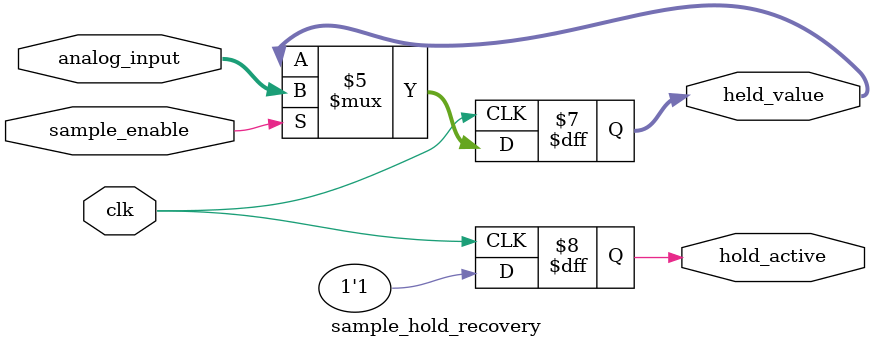
<source format=sv>
module sample_hold_recovery (
    input wire clk,
    input wire sample_enable,
    input wire [11:0] analog_input,
    output reg [11:0] held_value,
    output reg hold_active
);
    always @(posedge clk) begin
        if (sample_enable) begin
            held_value <= analog_input;
            hold_active <= 1'b1;
        end else begin
            hold_active <= 1'b1; // Continue holding
        end
    end
endmodule
</source>
